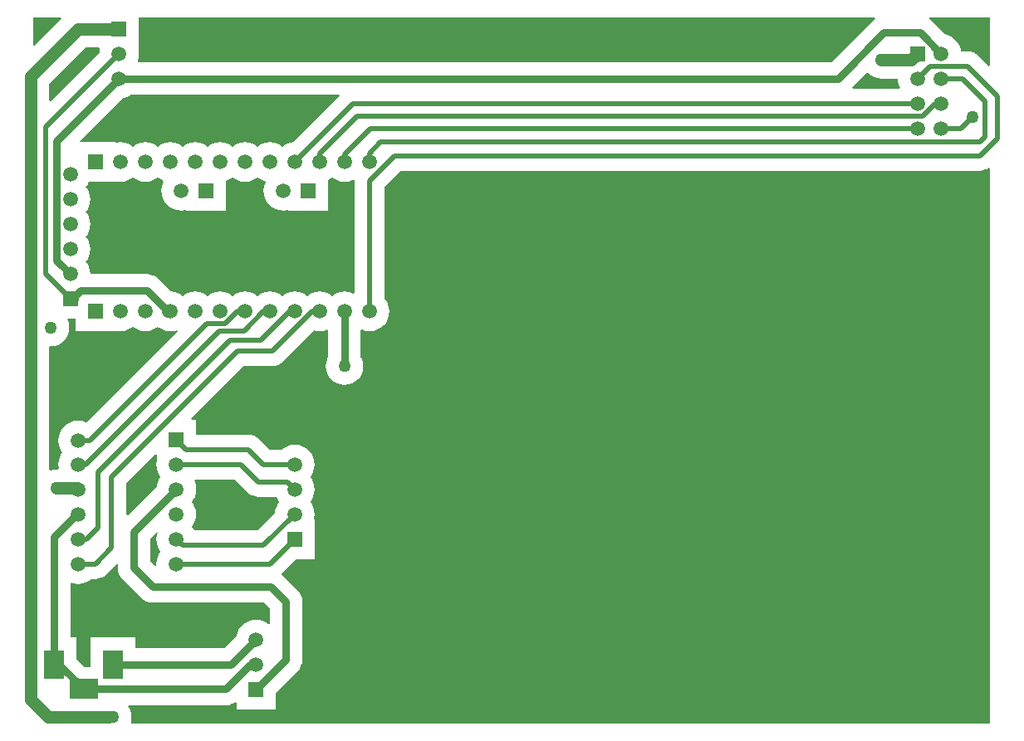
<source format=gbl>
G04*
G04 #@! TF.GenerationSoftware,Altium Limited,Altium Designer,18.1.9 (240)*
G04*
G04 Layer_Physical_Order=2*
G04 Layer_Color=16711680*
%FSLAX25Y25*%
%MOIN*%
G70*
G01*
G75*
%ADD11C,0.01000*%
%ADD18C,0.02000*%
%ADD19C,0.05000*%
%ADD21R,0.11811X0.07874*%
%ADD22R,0.07874X0.11811*%
%ADD23R,0.05906X0.05906*%
%ADD24C,0.05906*%
%ADD25R,0.05906X0.05906*%
%ADD26C,0.05000*%
%ADD27C,0.03000*%
G36*
X16833Y288991D02*
X6009Y278167D01*
X5548Y278359D01*
Y289453D01*
X16641D01*
X16833Y288991D01*
D02*
G37*
G36*
X343440Y288967D02*
X343371Y288931D01*
X342382Y288118D01*
X325795Y271531D01*
X47644D01*
X47410Y272031D01*
X47838Y273441D01*
X47991Y275000D01*
X47839Y276547D01*
X47826Y276876D01*
X47953Y277047D01*
X47953D01*
Y289453D01*
X343319D01*
X343440Y288967D01*
D02*
G37*
G36*
X389453Y270227D02*
X388991Y270036D01*
X384763Y274263D01*
X383850Y275013D01*
X382807Y275570D01*
X381676Y275913D01*
X380500Y276029D01*
X377890D01*
X377838Y276559D01*
X377383Y278058D01*
X376644Y279440D01*
X375651Y280651D01*
X374440Y281645D01*
X373058Y282383D01*
X371559Y282838D01*
X371382Y282855D01*
X366118Y288118D01*
X365129Y288931D01*
X365060Y288967D01*
X365181Y289453D01*
X389453D01*
Y270227D01*
D02*
G37*
G36*
X340563Y267302D02*
X340671Y267171D01*
X341813Y266234D01*
X343116Y265537D01*
X344530Y265108D01*
X346000Y264964D01*
X352524D01*
X352674Y263441D01*
X353129Y261942D01*
X353388Y261458D01*
X353131Y261029D01*
X334419D01*
X334228Y261491D01*
X340064Y267327D01*
X340563Y267302D01*
D02*
G37*
G36*
X32047Y277047D02*
X32163Y276595D01*
X32161Y276547D01*
X32067Y275594D01*
X12498Y256025D01*
X12036Y256216D01*
Y262878D01*
X26622Y277464D01*
X31846D01*
X32047Y277047D01*
D02*
G37*
G36*
X128480Y258007D02*
X109906Y239433D01*
X108941Y239338D01*
X107442Y238883D01*
X106060Y238144D01*
X105500Y237685D01*
X104940Y238144D01*
X103558Y238883D01*
X102059Y239338D01*
X100500Y239491D01*
X98941Y239338D01*
X97442Y238883D01*
X96060Y238144D01*
X95500Y237685D01*
X94940Y238144D01*
X93558Y238883D01*
X92059Y239338D01*
X90500Y239491D01*
X88941Y239338D01*
X87442Y238883D01*
X86060Y238144D01*
X85500Y237685D01*
X84940Y238144D01*
X83558Y238883D01*
X82059Y239338D01*
X80500Y239491D01*
X78941Y239338D01*
X77442Y238883D01*
X76060Y238144D01*
X75500Y237685D01*
X74940Y238144D01*
X73558Y238883D01*
X72059Y239338D01*
X70500Y239491D01*
X68941Y239338D01*
X67442Y238883D01*
X66060Y238144D01*
X65500Y237685D01*
X64940Y238144D01*
X63558Y238883D01*
X62059Y239338D01*
X60500Y239491D01*
X58941Y239338D01*
X57442Y238883D01*
X56060Y238144D01*
X55500Y237685D01*
X54940Y238144D01*
X53558Y238883D01*
X52059Y239338D01*
X50500Y239491D01*
X48941Y239338D01*
X47442Y238883D01*
X46060Y238144D01*
X45500Y237685D01*
X44940Y238144D01*
X43558Y238883D01*
X42059Y239338D01*
X40500Y239491D01*
X38953Y239339D01*
X38623Y239326D01*
X38453Y239453D01*
Y239453D01*
X24343D01*
X24151Y239915D01*
X41382Y257145D01*
X41559Y257162D01*
X43058Y257617D01*
X44440Y258355D01*
X44577Y258469D01*
X128289D01*
X128480Y258007D01*
D02*
G37*
G36*
X126060Y224855D02*
X127442Y224117D01*
X128941Y223662D01*
X130500Y223509D01*
X132059Y223662D01*
X133558Y224117D01*
X134066Y224389D01*
X134482Y224111D01*
X134471Y224000D01*
Y178881D01*
X134042Y178624D01*
X133558Y178883D01*
X132059Y179338D01*
X130500Y179491D01*
X128941Y179338D01*
X127442Y178883D01*
X126060Y178145D01*
X125500Y177685D01*
X124940Y178145D01*
X123558Y178883D01*
X122059Y179338D01*
X120500Y179491D01*
X118941Y179338D01*
X117442Y178883D01*
X116060Y178145D01*
X115500Y177685D01*
X114940Y178145D01*
X113558Y178883D01*
X112059Y179338D01*
X110500Y179491D01*
X108941Y179338D01*
X107442Y178883D01*
X106060Y178145D01*
X105500Y177685D01*
X104940Y178145D01*
X103558Y178883D01*
X102059Y179338D01*
X100500Y179491D01*
X98941Y179338D01*
X97442Y178883D01*
X96060Y178145D01*
X95500Y177685D01*
X94940Y178145D01*
X93558Y178883D01*
X92059Y179338D01*
X90500Y179491D01*
X88941Y179338D01*
X87442Y178883D01*
X86060Y178145D01*
X85500Y177685D01*
X84940Y178145D01*
X83558Y178883D01*
X82059Y179338D01*
X80500Y179491D01*
X78941Y179338D01*
X77442Y178883D01*
X76060Y178145D01*
X75500Y177685D01*
X74940Y178145D01*
X73558Y178883D01*
X72059Y179338D01*
X70500Y179491D01*
X68941Y179338D01*
X67442Y178883D01*
X66060Y178145D01*
X65500Y177685D01*
X64940Y178145D01*
X63558Y178883D01*
X62059Y179338D01*
X60912Y179451D01*
X55744Y184618D01*
X54754Y185431D01*
X53625Y186034D01*
X52400Y186406D01*
X51126Y186531D01*
X28488D01*
X28338Y188059D01*
X27883Y189558D01*
X27145Y190940D01*
X26685Y191500D01*
X27145Y192060D01*
X27883Y193442D01*
X28338Y194941D01*
X28491Y196500D01*
X28338Y198059D01*
X27883Y199558D01*
X27145Y200940D01*
X26685Y201500D01*
X27145Y202060D01*
X27883Y203442D01*
X28338Y204941D01*
X28491Y206500D01*
X28338Y208059D01*
X27883Y209558D01*
X27145Y210940D01*
X26685Y211500D01*
X27145Y212060D01*
X27883Y213442D01*
X28338Y214941D01*
X28491Y216500D01*
X28338Y218059D01*
X27883Y219558D01*
X27145Y220940D01*
X26685Y221500D01*
X27145Y222060D01*
X27883Y223442D01*
X27915Y223547D01*
X38453D01*
Y223547D01*
X38623Y223674D01*
X38953Y223661D01*
X40500Y223509D01*
X42059Y223662D01*
X43558Y224117D01*
X44940Y224855D01*
X45500Y225315D01*
X46060Y224855D01*
X47442Y224117D01*
X48941Y223662D01*
X50500Y223509D01*
X52059Y223662D01*
X53558Y224117D01*
X54940Y224855D01*
X55500Y225315D01*
X56060Y224855D01*
X57442Y224117D01*
X57703Y224038D01*
X57894Y223576D01*
X57617Y223058D01*
X57162Y221559D01*
X57009Y220000D01*
X57162Y218441D01*
X57617Y216942D01*
X58355Y215560D01*
X59349Y214349D01*
X60560Y213355D01*
X61942Y212617D01*
X63441Y212162D01*
X65000Y212009D01*
X66547Y212161D01*
X66877Y212174D01*
X67047Y212047D01*
Y212047D01*
X82953D01*
Y223933D01*
X83558Y224117D01*
X84940Y224855D01*
X85500Y225315D01*
X86060Y224855D01*
X87442Y224117D01*
X88941Y223662D01*
X90500Y223509D01*
X92059Y223662D01*
X93558Y224117D01*
X94940Y224855D01*
X95500Y225315D01*
X96060Y224855D01*
X97442Y224117D01*
X98563Y223777D01*
X98754Y223315D01*
X98617Y223058D01*
X98162Y221559D01*
X98009Y220000D01*
X98162Y218441D01*
X98617Y216942D01*
X99356Y215560D01*
X100349Y214349D01*
X101560Y213355D01*
X102942Y212617D01*
X104441Y212162D01*
X106000Y212009D01*
X107547Y212161D01*
X107877Y212174D01*
X108047Y212047D01*
Y212047D01*
X123953D01*
Y224328D01*
X124940Y224855D01*
X125500Y225315D01*
X126060Y224855D01*
D02*
G37*
G36*
X389453Y228897D02*
Y6047D01*
X45013D01*
X44715Y6449D01*
X44892Y7030D01*
X45036Y8500D01*
X44892Y9970D01*
X44463Y11384D01*
X43766Y12687D01*
X43657Y12820D01*
X43871Y13272D01*
X82803D01*
X84077Y13397D01*
X85303Y13769D01*
X86432Y14372D01*
X86595Y14507D01*
X87047Y14293D01*
Y11732D01*
X102953D01*
Y18401D01*
X111618Y27067D01*
X112431Y28056D01*
X113034Y29186D01*
X113406Y30411D01*
X113531Y31685D01*
Y55000D01*
X113406Y56274D01*
X113034Y57499D01*
X112431Y58629D01*
X111618Y59618D01*
X105618Y65618D01*
X105368Y65824D01*
X105343Y66324D01*
X111074Y72054D01*
X118453D01*
Y87959D01*
X118453D01*
X118326Y88130D01*
X118339Y88459D01*
X118491Y90007D01*
X118338Y91566D01*
X117883Y93065D01*
X117145Y94446D01*
X116685Y95007D01*
X117145Y95567D01*
X117883Y96948D01*
X118338Y98448D01*
X118491Y100006D01*
X118338Y101566D01*
X117883Y103065D01*
X117145Y104446D01*
X116685Y105007D01*
X117145Y105567D01*
X117883Y106948D01*
X118338Y108448D01*
X118491Y110006D01*
X118338Y111565D01*
X117883Y113065D01*
X117145Y114446D01*
X116151Y115657D01*
X114940Y116651D01*
X113558Y117389D01*
X112059Y117844D01*
X110500Y117998D01*
X108941Y117844D01*
X107442Y117389D01*
X106060Y116651D01*
X105310Y116035D01*
X100288D01*
X96060Y120263D01*
X95147Y121013D01*
X94104Y121570D01*
X92973Y121913D01*
X91797Y122029D01*
X70953D01*
Y127953D01*
X69132D01*
X68941Y128415D01*
X89997Y149471D01*
X101504D01*
X102681Y149587D01*
X103812Y149930D01*
X104854Y150487D01*
X105767Y151237D01*
X118367Y163836D01*
X118941Y163662D01*
X120500Y163509D01*
X122059Y163662D01*
X123468Y164090D01*
X123969Y163856D01*
Y153191D01*
X123537Y152384D01*
X123108Y150970D01*
X122964Y149500D01*
X123108Y148030D01*
X123537Y146616D01*
X124234Y145313D01*
X125171Y144171D01*
X126313Y143234D01*
X127616Y142537D01*
X129030Y142109D01*
X130500Y141964D01*
X131970Y142109D01*
X133384Y142537D01*
X134687Y143234D01*
X135829Y144171D01*
X136766Y145313D01*
X137463Y146616D01*
X137891Y148030D01*
X138036Y149500D01*
X137891Y150970D01*
X137463Y152384D01*
X137031Y153191D01*
Y163856D01*
X137531Y164090D01*
X138941Y163662D01*
X140500Y163509D01*
X142059Y163662D01*
X143558Y164117D01*
X144940Y164856D01*
X146151Y165849D01*
X147144Y167060D01*
X147883Y168442D01*
X148338Y169941D01*
X148491Y171500D01*
X148338Y173059D01*
X147883Y174558D01*
X147144Y175940D01*
X146529Y176690D01*
Y221503D01*
X152997Y227971D01*
X385500D01*
X386676Y228087D01*
X387807Y228430D01*
X388849Y228987D01*
X389001Y229111D01*
X389453Y228897D01*
D02*
G37*
G36*
X22547Y163547D02*
X38453D01*
Y163547D01*
X38623Y163674D01*
X38953Y163661D01*
X40500Y163509D01*
X42059Y163662D01*
X43558Y164117D01*
X44940Y164856D01*
X45500Y165315D01*
X46060Y164856D01*
X47442Y164117D01*
X48941Y163662D01*
X50500Y163509D01*
X52059Y163662D01*
X53558Y164117D01*
X54940Y164856D01*
X55420Y165249D01*
X55439Y165234D01*
X55900Y164987D01*
X56060Y164856D01*
X57442Y164117D01*
X58941Y163662D01*
X60500Y163509D01*
X62059Y163662D01*
X63308Y164041D01*
X63573Y163599D01*
X26859Y126885D01*
X26652Y126996D01*
X25153Y127450D01*
X23594Y127604D01*
X22035Y127450D01*
X20536Y126996D01*
X19154Y126257D01*
X17943Y125263D01*
X16950Y124052D01*
X16211Y122671D01*
X15756Y121172D01*
X15603Y119613D01*
X15756Y118054D01*
X16211Y116555D01*
X16950Y115173D01*
X17268Y114785D01*
X16985Y114440D01*
X16247Y113058D01*
X15792Y111559D01*
X15639Y110000D01*
X15783Y108536D01*
X15615Y108198D01*
X15495Y108036D01*
X15000D01*
X13530Y107891D01*
X12536Y107590D01*
X12036Y107961D01*
Y157137D01*
X12407Y157473D01*
X12500Y157464D01*
X13970Y157608D01*
X15384Y158037D01*
X16687Y158734D01*
X17829Y159671D01*
X18766Y160813D01*
X19463Y162116D01*
X19892Y163530D01*
X20036Y165000D01*
X19892Y166470D01*
X19463Y167884D01*
X19337Y168118D01*
X19594Y168547D01*
X22547D01*
Y163547D01*
D02*
G37*
G36*
X55047Y113868D02*
Y112047D01*
X55047D01*
X55174Y111876D01*
X55161Y111547D01*
X55009Y110000D01*
X55162Y108441D01*
X55617Y106942D01*
X56356Y105560D01*
X56815Y105000D01*
X56356Y104440D01*
X55617Y103058D01*
X55162Y101559D01*
X55145Y101382D01*
X43491Y89728D01*
X43029Y89919D01*
Y102503D01*
X54585Y114059D01*
X55047Y113868D01*
D02*
G37*
G36*
X91737Y98737D02*
X91737Y98737D01*
X92651Y97987D01*
X93693Y97430D01*
X94824Y97087D01*
X96000Y96971D01*
X103110D01*
X103117Y96948D01*
X103856Y95567D01*
X104315Y95007D01*
X103856Y94446D01*
X103117Y93065D01*
X102662Y91566D01*
X102567Y90600D01*
X95496Y83529D01*
X70099D01*
X69609Y84446D01*
X69149Y85006D01*
X69609Y85567D01*
X70347Y86948D01*
X70802Y88447D01*
X70955Y90007D01*
X70802Y91566D01*
X70347Y93065D01*
X69609Y94446D01*
X69169Y94981D01*
X69644Y95560D01*
X70383Y96942D01*
X70838Y98441D01*
X70991Y100000D01*
X70838Y101559D01*
X70383Y103058D01*
X70124Y103542D01*
X70381Y103971D01*
X86503D01*
X91737Y98737D01*
D02*
G37*
G36*
X55395Y82451D02*
X55127Y81565D01*
X54973Y80006D01*
X55127Y78448D01*
X55581Y76948D01*
X56320Y75567D01*
X56780Y75007D01*
X56320Y74446D01*
X55581Y73065D01*
X55127Y71566D01*
X54973Y70007D01*
X55036Y69367D01*
X54584Y69153D01*
X52531Y71205D01*
Y80295D01*
X54953Y82716D01*
X55395Y82451D01*
D02*
G37*
G36*
X39469Y69789D02*
Y68500D01*
X39594Y67226D01*
X39966Y66000D01*
X40569Y64871D01*
X41382Y63882D01*
X48882Y56382D01*
X49871Y55569D01*
X51000Y54966D01*
X52226Y54594D01*
X53500Y54469D01*
X98295D01*
X100469Y52295D01*
Y46070D01*
X100016Y45856D01*
X99440Y46330D01*
X98058Y47068D01*
X96559Y47523D01*
X95000Y47676D01*
X93441Y47523D01*
X91942Y47068D01*
X90560Y46330D01*
X89349Y45336D01*
X88355Y44125D01*
X87617Y42743D01*
X87162Y41244D01*
X87145Y41067D01*
X82295Y36217D01*
X46504D01*
Y40591D01*
X28630D01*
Y28740D01*
X26016D01*
X22882Y31875D01*
Y40591D01*
X20476D01*
Y62119D01*
X20976Y62490D01*
X22035Y62169D01*
X23594Y62015D01*
X25153Y62169D01*
X26652Y62624D01*
X28034Y63362D01*
X28784Y63977D01*
X30507D01*
X31683Y64093D01*
X32814Y64436D01*
X33856Y64994D01*
X34770Y65743D01*
X39007Y69980D01*
X39469Y69789D01*
D02*
G37*
D11*
X379672Y246672D02*
X379672D01*
D18*
X382500Y249500D01*
X145000Y239500D02*
X385500D01*
X387500Y241500D01*
X378000Y245000D02*
X379672Y246672D01*
X370000Y245000D02*
X378000D01*
X387500Y241500D02*
Y256000D01*
X378500Y265000D02*
X387500Y256000D01*
X392500Y241000D02*
Y258000D01*
X380500Y270000D02*
X392500Y258000D01*
X365512Y270000D02*
X380500D01*
X385500Y234000D02*
X392500Y241000D01*
X370000Y265000D02*
X378500D01*
X150500Y234000D02*
X385500D01*
X10500Y245500D02*
X40000Y275000D01*
X10500Y186500D02*
Y245500D01*
Y186500D02*
X20500Y176500D01*
X87500Y155500D02*
X101504D01*
X115453Y169448D01*
Y169453D02*
X117500Y171500D01*
X115453Y169448D02*
Y169453D01*
X117500Y171500D02*
X120500D01*
X108500D02*
X110500D01*
X97000Y160000D02*
X108500Y171500D01*
X84500Y160000D02*
X97000D01*
X140500Y235000D02*
X145000Y239500D01*
X140500Y224000D02*
X150500Y234000D01*
X140500Y171500D02*
Y224000D01*
X140500Y231500D02*
Y235000D01*
X141000Y245000D02*
X360512D01*
X130500Y234500D02*
X141000Y245000D01*
X130500Y231500D02*
Y234500D01*
X98000Y171500D02*
X100500D01*
X90047Y163547D02*
X98000Y171500D01*
X80047Y163547D02*
X90047D01*
X87504Y171500D02*
X90500D01*
X82551Y166547D02*
X87504Y171500D01*
X75047Y166547D02*
X82551D01*
X28113Y119613D02*
X75047Y166547D01*
X26500Y110000D02*
X80047Y163547D01*
X367516Y255000D02*
X370000D01*
X362516Y250000D02*
X367516Y255000D01*
X135500Y250000D02*
X362516D01*
X120500Y235000D02*
X135500Y250000D01*
X360512Y265000D02*
X365512Y270000D01*
X13945Y29685D02*
X15835D01*
X22896Y90007D02*
X23594D01*
X97994Y77500D02*
X110500Y90007D01*
X65471Y77500D02*
X97994D01*
X62964Y80006D02*
X65471Y77500D01*
X96000Y103000D02*
X107507D01*
X89000Y110000D02*
X96000Y103000D01*
X63000Y110000D02*
X89000D01*
X107507Y103000D02*
X110500Y100006D01*
X97791Y110006D02*
X110500D01*
X91797Y116000D02*
X97791Y110006D01*
X67000Y116000D02*
X91797D01*
X63000Y120000D02*
X67000Y116000D01*
X37000Y105000D02*
X87500Y155500D01*
X37000Y76500D02*
Y105000D01*
X31500Y107000D02*
X84500Y160000D01*
X31500Y84500D02*
Y107000D01*
X23594Y70007D02*
X30507D01*
X37000Y76500D01*
X23594Y80006D02*
X27007D01*
X31500Y84500D01*
X23630Y110000D02*
X26500D01*
X23594Y119613D02*
X28113D01*
X100500Y70007D02*
X110500Y80006D01*
X62964Y70007D02*
X100500D01*
X120500Y231500D02*
Y235000D01*
X134000Y255000D02*
X360512D01*
X110500Y231500D02*
X134000Y255000D01*
D19*
X358012Y272500D02*
X360512Y275000D01*
X346000Y272500D02*
X358012D01*
X23130Y100500D02*
X23630Y100000D01*
X15000Y100500D02*
X23130D01*
X20500Y176500D02*
X21145D01*
X59626Y171500D02*
X60500D01*
X11500Y8500D02*
X36000D01*
X4500Y15500D02*
X11500Y8500D01*
X4500Y15500D02*
Y266000D01*
X23500Y285000D01*
X40000D01*
D21*
X25717Y19803D02*
D03*
D22*
X13945Y29685D02*
D03*
X37567D02*
D03*
D23*
X40000Y285000D02*
D03*
X20500Y176500D02*
D03*
X360512Y275000D02*
D03*
X110500Y80006D02*
D03*
X95000Y19685D02*
D03*
X63000Y120000D02*
D03*
D24*
X40000Y275000D02*
D03*
Y265000D02*
D03*
X106000Y220000D02*
D03*
X65000D02*
D03*
X20500Y186500D02*
D03*
Y196500D02*
D03*
Y206500D02*
D03*
Y216500D02*
D03*
Y226500D02*
D03*
X140500Y231500D02*
D03*
X130500D02*
D03*
X120500D02*
D03*
X110500D02*
D03*
X100500D02*
D03*
X90500D02*
D03*
X80500D02*
D03*
X70500D02*
D03*
X60500D02*
D03*
X50500D02*
D03*
X40500D02*
D03*
X40500Y171500D02*
D03*
X50500D02*
D03*
X60500D02*
D03*
X70500D02*
D03*
X80500D02*
D03*
X90500D02*
D03*
X100500D02*
D03*
X110500D02*
D03*
X120500D02*
D03*
X130500D02*
D03*
X140500D02*
D03*
X370000Y255000D02*
D03*
Y245000D02*
D03*
Y265000D02*
D03*
Y275000D02*
D03*
X360512Y265000D02*
D03*
Y245000D02*
D03*
Y255000D02*
D03*
X110500Y90007D02*
D03*
Y110006D02*
D03*
Y100006D02*
D03*
X95000Y29685D02*
D03*
Y39685D02*
D03*
X23594Y119613D02*
D03*
X23630Y110000D02*
D03*
Y100000D02*
D03*
X23594Y80006D02*
D03*
Y90007D02*
D03*
Y70007D02*
D03*
X62964D02*
D03*
Y90007D02*
D03*
Y80006D02*
D03*
X63000Y100000D02*
D03*
Y110000D02*
D03*
D25*
X116000Y220000D02*
D03*
X75000D02*
D03*
X30500Y231500D02*
D03*
X30500Y171500D02*
D03*
D26*
X382500Y249500D02*
D03*
X130500Y149500D02*
D03*
X346000Y272500D02*
D03*
X15000Y100500D02*
D03*
X12500Y165000D02*
D03*
X37500Y8500D02*
D03*
D27*
X130500Y149500D02*
Y171500D01*
X21145Y176500D02*
X24645Y180000D01*
X51126D02*
X59626Y171500D01*
X24645Y180000D02*
X51126D01*
X15000Y240000D02*
X40000Y265000D01*
X15000Y192000D02*
Y240000D01*
Y192000D02*
X20500Y186500D01*
X92685Y29685D02*
X95000D01*
X82803Y19803D02*
X92685Y29685D01*
X25717Y19803D02*
X82803D01*
X46000Y83000D02*
X63000Y100000D01*
X46000Y68500D02*
Y83000D01*
Y68500D02*
X53500Y61000D01*
X101000D01*
X107000Y55000D01*
Y31685D02*
Y55000D01*
X95000Y19685D02*
X107000Y31685D01*
X15835Y29685D02*
X25717Y19803D01*
X85000Y29685D02*
X95000Y39685D01*
X37567Y29685D02*
X85000D01*
X13945Y81055D02*
X22896Y90007D01*
X13945Y29685D02*
Y81055D01*
X361500Y283500D02*
X370000Y275000D01*
X347000Y283500D02*
X361500D01*
X328500Y265000D02*
X347000Y283500D01*
X40000Y265000D02*
X328500D01*
M02*

</source>
